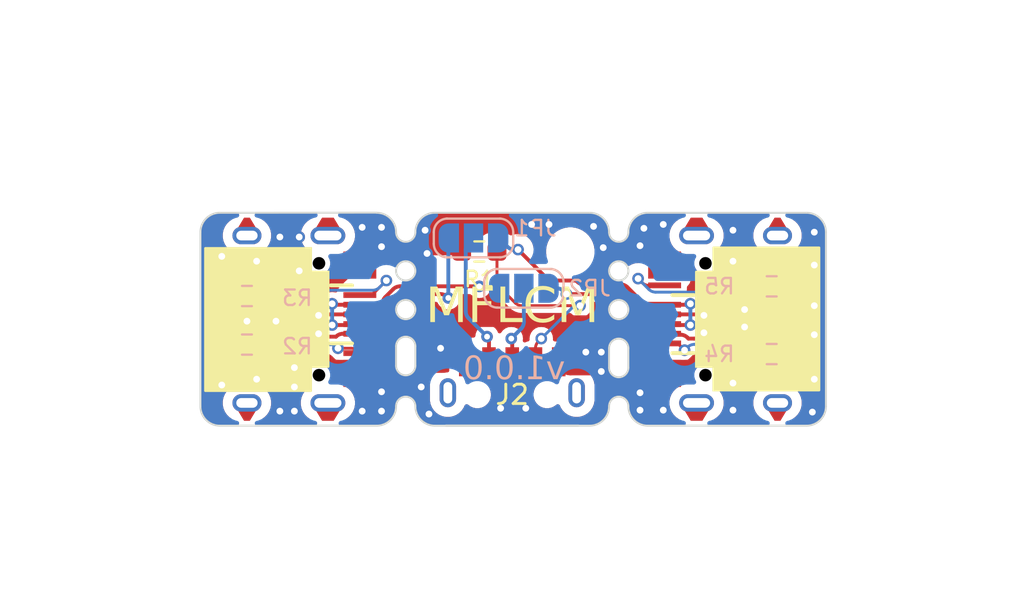
<source format=kicad_pcb>
(kicad_pcb (version 20240108) (generator "pcbnew") (generator_version "8.0")
  (title_block (title "MMCF Adapter") (rev "1.0.0") (company "Atsushi Morimoto (@74th)"))
  (layers (0 "F.Cu" signal) (31 "B.Cu" signal) (34 "B.Paste" user) (35 "F.Paste" user) (36 "B.SilkS" user "B.Silkscreen") (37 "F.SilkS" user "F.Silkscreen") (38 "B.Mask" user) (39 "F.Mask" user) (44 "Edge.Cuts" user))
  (net 0 "")
  (net 1 "Net-(J1-D-)")
  (net 2 "+5V")
  (net 3 "Net-(J1-D+)")
  (net 4 "GND")
  (net 5 "Net-(J2-D-)")
  (net 6 "Net-(J2-D+)")
  (net 7 "Net-(J3-D+)")
  (net 8 "Net-(J2-ID)")
  (net 9 "Net-(J3-D-)")
  (net 10 "Net-(J1-CC2)")
  (net 11 "Net-(J1-CC1)")
  (net 14 "Net-(J3-CC2)")
  (net 15 "Net-(J3-CC1)")
  (footprint "74th:Connector_USB-Micro-Plug_SMD" (layer "F.Cu") (at 122 60.4)
    (property "Reference" "J2" (at 0 0 0) (layer "F.SilkS"))
    (property "Value" "USB_B_Micro")
    (fp_line (start -3.425 1.6) (end 3.425 1.6) (stroke (width 0.12)) (layer "Edge.Cuts"))
    (pad "" np_thru_hole circle (at -1.8 0) (size 0.9 0.9) (drill 0.9) (layers "F&B.Cu" "*.Mask"))
    (pad "" np_thru_hole circle (at 1.8 0) (size 0.9 0.9) (drill 0.9) (layers "F&B.Cu" "*.Mask"))
    (pad "1" smd rect (at -2.4 -1.7) (size 0.7 1.5) (layers "F.Cu" "F.Paste" "F.Mask") (net 2 "+5V"))
    (pad "2" smd rect (at -1.2 -1.7) (size 0.7 1.5) (layers "F.Cu" "F.Paste" "F.Mask") (net 5 "Net-(J2-D-)"))
    (pad "3" smd rect (at 0 -1.7) (size 0.7 1.5) (layers "F.Cu" "F.Paste" "F.Mask") (net 6 "Net-(J2-D+)"))
    (pad "4" smd rect (at 1.2 -1.7) (size 0.7 1.5) (layers "F.Cu" "F.Paste" "F.Mask") (net 8 "Net-(J2-ID)"))
    (pad "5" smd rect (at 2.4 -1.7) (size 0.7 1.5) (layers "F.Cu" "F.Paste" "F.Mask") (net 4 "GND"))
    (pad "6" thru_hole oval (at -3.325 -0.1) (size 0.85 1.5) (drill oval 0.45 1.1) (layers "*.Cu" "*.Mask"))
    (pad "6" thru_hole oval (at 3.325 -0.1) (size 0.85 1.5) (drill oval 0.45 1.1) (layers "*.Cu" "*.Mask"))
  )
  (footprint "74th:Connector_USB-C-Receptacle_SMT_12-Pin_Simple" (layer "F.Cu") (at 108.4 56.5 -90)
    (property "Reference" "J3" (hide yes))
    (property "Value" "USB2.0-C_SMT")
    (fp_line (start -1.75 -4.23) (end -1.75 -5.33) (stroke (width 0.2)) (layer "F.SilkS"))
    (fp_line (start 1.25 -4.23) (end 1.25 -5.33) (stroke (width 0.2)) (layer "F.SilkS"))
    (fp_rect (start -3.67 -3.2) (end 3.7 2.25) (stroke (width 0.12)) (fill solid) (layer "F.SilkS"))
    (fp_rect (start -2.45 -4.1) (end 2.45 -2.85) (stroke (width 0.12)) (fill solid) (layer "F.SilkS"))
    (pad "" np_thru_hole circle (at -2.89 -3.62 90) (size 0.65 0.65) (drill 0.65) (layers "*.Mask"))
    (pad "" np_thru_hole circle (at 2.89 -3.62 90) (size 0.65 0.65) (drill 0.65) (layers "*.Mask"))
    (pad "1" smd rect (at -2.4 -5.73 90) (size 0.6 1.7) (layers "F.Cu" "F.Paste" "F.Mask") (net 2 "+5V"))
    (pad "1" smd rect (at 2.4 -5.73 90) (size 0.6 1.7) (layers "F.Cu" "F.Paste" "F.Mask") (net 2 "+5V"))
    (pad "2" smd rect (at -0.75 -5.73 90) (size 0.3 1.7) (layers "F.Cu" "F.Paste" "F.Mask") (net 9 "Net-(J3-D-)"))
    (pad "2" smd rect (at 0.25 -5.73 90) (size 0.3 1.7) (layers "F.Cu" "F.Paste" "F.Mask") (net 9 "Net-(J3-D-)"))
    (pad "3" smd rect (at -0.25 -5.73 90) (size 0.3 1.7) (layers "F.Cu" "F.Paste" "F.Mask") (net 7 "Net-(J3-D+)"))
    (pad "3" smd rect (at 0.75 -5.73 90) (size 0.3 1.7) (layers "F.Cu" "F.Paste" "F.Mask") (net 7 "Net-(J3-D+)"))
    (pad "4" smd rect (at -3.2 -5.73 90) (size 0.6 1.7) (layers "F.Cu" "F.Paste" "F.Mask") (net 4 "GND"))
    (pad "4" smd rect (at 3.2 -5.73 90) (size 0.6 1.7) (layers "F.Cu" "F.Paste" "F.Mask") (net 4 "GND"))
    (pad "5" smd rect (at -1.25 -5.73 90) (size 0.3 1.7) (layers "F.Cu" "F.Paste" "F.Mask") (net 15 "Net-(J3-CC1)"))
    (pad "6" smd rect (at 1.75 -5.73 90) (size 0.3 1.7) (layers "F.Cu" "F.Paste" "F.Mask") (net 14 "Net-(J3-CC2)"))
    (pad "7" smd trapezoid (at -5 -4.08) (size 0.9 0.5) (rect_delta 0 0.3) (layers "F.Cu" "F.Paste" "F.Mask"))
    (pad "7" smd trapezoid (at -5 0.1) (size 0.6 0.5) (rect_delta 0 0.3) (layers "F.Cu" "F.Paste" "F.Mask"))
    (pad "7" thru_hole oval (at -4.325 -4.08 90) (size 0.9 1.8) (drill oval 0.5 1.4) (layers "*.Cu" "*.Mask"))
    (pad "7" thru_hole oval (at -4.325 0.1 90) (size 0.9 1.5) (drill oval 0.5 1.1) (layers "*.Cu" "*.Mask"))
    (pad "7" thru_hole oval (at 4.325 -4.08 90) (size 0.9 1.8) (drill oval 0.5 1.4) (layers "*.Cu" "*.Mask"))
    (pad "7" thru_hole oval (at 4.325 0.1 90) (size 0.9 1.5) (drill oval 0.5 1.1) (layers "*.Cu" "*.Mask"))
    (pad "7" smd trapezoid (at 5 -4.08 180) (size 0.9 0.5) (rect_delta 0 0.3) (layers "F.Cu" "F.Paste" "F.Mask"))
    (pad "7" smd trapezoid (at 5 0.1 180) (size 0.6 0.5) (rect_delta 0 0.3) (layers "F.Cu" "F.Paste" "F.Mask"))
  )
  (footprint "74th:Hole_M2_2.0" (layer "F.Cu") (at 125 53)
    (property "Reference" "M1" (hide yes))
    (property "Value" "Hole_M2_2.0" (hide yes))
    (pad "" np_thru_hole circle (at 0 0) (size 2 2) (drill 2) (layers "F&B.Cu" "*.Mask"))
  )
  (footprint "74th:Connector_USB-C-Receptacle_SMT_12-Pin_Simple" (layer "F.Cu") (at 135.6 56.5 90)
    (property "Reference" "J1" (hide yes))
    (property "Value" "USB2.0-C_SMT")
    (fp_line (start 1.25 -4.23) (end 1.25 -5.33) (stroke (width 0.2)) (layer "F.SilkS"))
    (fp_line (start -1.75 -4.23) (end -1.75 -5.33) (stroke (width 0.2)) (layer "F.SilkS"))
    (fp_rect (start -2.45 -4.1) (end 2.45 -2.85) (stroke (width 0.12)) (fill solid) (layer "F.SilkS"))
    (fp_rect (start -3.67 -3.2) (end 3.7 2.25) (stroke (width 0.12)) (fill solid) (layer "F.SilkS"))
    (pad "" np_thru_hole circle (at -2.89 -3.62 270) (size 0.65 0.65) (drill 0.65) (layers "*.Mask"))
    (pad "" np_thru_hole circle (at 2.89 -3.62 270) (size 0.65 0.65) (drill 0.65) (layers "*.Mask"))
    (pad "1" smd rect (at -2.4 -5.73 270) (size 0.6 1.7) (layers "F.Cu" "F.Paste" "F.Mask") (net 2 "+5V"))
    (pad "1" smd rect (at 2.4 -5.73 270) (size 0.6 1.7) (layers "F.Cu" "F.Paste" "F.Mask") (net 2 "+5V"))
    (pad "2" smd rect (at -0.75 -5.73 270) (size 0.3 1.7) (layers "F.Cu" "F.Paste" "F.Mask") (net 1 "Net-(J1-D-)"))
    (pad "2" smd rect (at 0.25 -5.73 270) (size 0.3 1.7) (layers "F.Cu" "F.Paste" "F.Mask") (net 1 "Net-(J1-D-)"))
    (pad "3" smd rect (at -0.25 -5.73 270) (size 0.3 1.7) (layers "F.Cu" "F.Paste" "F.Mask") (net 3 "Net-(J1-D+)"))
    (pad "3" smd rect (at 0.75 -5.73 270) (size 0.3 1.7) (layers "F.Cu" "F.Paste" "F.Mask") (net 3 "Net-(J1-D+)"))
    (pad "4" smd rect (at -3.2 -5.73 270) (size 0.6 1.7) (layers "F.Cu" "F.Paste" "F.Mask") (net 4 "GND"))
    (pad "4" smd rect (at 3.2 -5.73 270) (size 0.6 1.7) (layers "F.Cu" "F.Paste" "F.Mask") (net 4 "GND"))
    (pad "5" smd rect (at -1.25 -5.73 270) (size 0.3 1.7) (layers "F.Cu" "F.Paste" "F.Mask") (net 11 "Net-(J1-CC1)"))
    (pad "6" smd rect (at 1.75 -5.73 270) (size 0.3 1.7) (layers "F.Cu" "F.Paste" "F.Mask") (net 10 "Net-(J1-CC2)"))
    (pad "7" smd trapezoid (at -5 -4.08 180) (size 0.9 0.5) (rect_delta 0 0.3) (layers "F.Cu" "F.Paste" "F.Mask"))
    (pad "7" smd trapezoid (at -5 0.1 180) (size 0.6 0.5) (rect_delta 0 0.3) (layers "F.Cu" "F.Paste" "F.Mask"))
    (pad "7" thru_hole oval (at -4.325 -4.08 270) (size 0.9 1.8) (drill oval 0.5 1.4) (layers "*.Cu" "*.Mask"))
    (pad "7" thru_hole oval (at -4.325 0.1 270) (size 0.9 1.5) (drill oval 0.5 1.1) (layers "*.Cu" "*.Mask"))
    (pad "7" thru_hole oval (at 4.325 -4.08 270) (size 0.9 1.8) (drill oval 0.5 1.4) (layers "*.Cu" "*.Mask"))
    (pad "7" thru_hole oval (at 4.325 0.1 270) (size 0.9 1.5) (drill oval 0.5 1.1) (layers "*.Cu" "*.Mask"))
    (pad "7" smd trapezoid (at 5 -4.08) (size 0.9 0.5) (rect_delta 0 0.3) (layers "F.Cu" "F.Paste" "F.Mask"))
    (pad "7" smd trapezoid (at 5 0.1) (size 0.6 0.5) (rect_delta 0 0.3) (layers "F.Cu" "F.Paste" "F.Mask"))
  )
  (footprint "74th:Register_0603_1608" (layer "F.Cu") (at 120.3 53 180)
    (property "Reference" "R1" (at 0 -1.43 0) (layer "F.SilkS") (effects (font (size 0.8 0.8) (thickness 0.12))))
    (property "Value" "0(NC)" (hide yes))
    (fp_line (start -0.254724 0.5225) (end 0.254724 0.5225) (stroke (width 0.12)) (layer "F.SilkS"))
    (fp_line (start -0.254724 -0.5225) (end 0.254724 -0.5225) (stroke (width 0.12)) (layer "F.SilkS"))
    (pad "1" smd roundrect (at -0.9125 0 180) (size 0.975 0.95) (layers "F.Cu" "F.Paste" "F.Mask") (net 8 "Net-(J2-ID)"))
    (pad "2" smd roundrect (at 0.9125 0 180) (size 0.975 0.95) (layers "F.Cu" "F.Paste" "F.Mask") (net 4 "GND"))
  )
  (footprint "74th:Register_0603_1608" (layer "B.Cu") (at 108.3 57.81 180)
    (property "Reference" "R2" (at -2.6 -0.09 0) (layer "B.SilkS") (effects (font (size 0.8 0.8) (thickness 0.12)) (justify mirror)))
    (property "Value" "5.1k" (hide yes))
    (fp_line (start 0.254724 0.5225) (end -0.254724 0.5225) (stroke (width 0.12)) (layer "B.SilkS"))
    (fp_line (start 0.254724 -0.5225) (end -0.254724 -0.5225) (stroke (width 0.12)) (layer "B.SilkS"))
    (pad "1" smd roundrect (at -0.9125 0 180) (size 0.975 0.95) (layers "B.Cu" "B.Paste" "B.Mask") (net 14 "Net-(J3-CC2)"))
    (pad "2" smd roundrect (at 0.9125 0 180) (size 0.975 0.95) (layers "B.Cu" "B.Paste" "B.Mask") (net 4 "GND"))
  )
  (footprint "74th:SolderJumper-3_No1PinMark" (layer "B.Cu") (at 122.6 54.9)
    (property "Reference" "JP2" (at 3.4 0 180) (layer "B.SilkS") (effects (font (size 0.8 0.8) (thickness 0.12)) (justify mirror)))
    (property "Value" "Jumper_3_Open")
    (fp_line (start -2.05 0.3) (end -2.05 -0.3) (stroke (width 0.12)) (layer "B.SilkS"))
    (fp_line (start -1.4 -1) (end 1.4 -1) (stroke (width 0.12)) (layer "B.SilkS"))
    (fp_line (start 1.4 1) (end -1.4 1) (stroke (width 0.12)) (layer "B.SilkS"))
    (fp_line (start 2.05 -0.3) (end 2.05 0.3) (stroke (width 0.12)) (layer "B.SilkS"))
    (fp_arc (start -2.05 -0.3) (mid -1.844975 -0.794975) (end -1.35 -1) (stroke (width 0.12)) (layer "B.SilkS"))
    (fp_arc (start -1.35 1) (mid -1.844975 0.794975) (end -2.05 0.3) (stroke (width 0.12)) (layer "B.SilkS"))
    (fp_arc (start 1.35 -1) (mid 1.844975 -0.794975) (end 2.05 -0.3) (stroke (width 0.12)) (layer "B.SilkS"))
    (fp_arc (start 2.05 0.3) (mid 1.844975 0.794975) (end 1.35 1) (stroke (width 0.12)) (layer "B.SilkS"))
    (pad "1" smd custom (at -1.3 0) (size 1 0.5) (layers "B.Cu" "B.Mask") (net 7 "Net-(J3-D+)") (options (clearance outline) (anchor rect)) (primitives (gr_circle (center 0 -0.25) (end 0.5 -0.25) (width 0) (fill yes)) (gr_circle (center 0 0.25) (end 0.5 0.25) (width 0) (fill yes)) (gr_poly (pts (xy 0.55 -0.75) (xy 0 -0.75) (xy 0 0.75) (xy 0.55 0.75)) (width 0) (fill yes))))
    (pad "2" smd rect (at 0 0) (size 1 1.5) (layers "B.Cu" "B.Mask") (net 6 "Net-(J2-D+)"))
    (pad "3" smd custom (at 1.3 0) (size 1 0.5) (layers "B.Cu" "B.Mask") (net 3 "Net-(J1-D+)") (options (clearance outline) (anchor rect)) (primitives (gr_circle (center 0 -0.25) (end 0.5 -0.25) (width 0) (fill yes)) (gr_circle (center 0 0.25) (end 0.5 0.25) (width 0) (fill yes)) (gr_poly (pts (xy 0 -0.75) (xy -0.55 -0.75) (xy -0.55 0.75) (xy 0 0.75)) (width 0) (fill yes))))
  )
  (footprint "74th:Register_0603_1608" (layer "B.Cu") (at 108.3 55.3 180)
    (property "Reference" "R3" (at -2.6 -0.1 0) (layer "B.SilkS") (effects (font (size 0.8 0.8) (thickness 0.12)) (justify mirror)))
    (property "Value" "5.1k" (hide yes))
    (fp_line (start 0.254724 0.5225) (end -0.254724 0.5225) (stroke (width 0.12)) (layer "B.SilkS"))
    (fp_line (start 0.254724 -0.5225) (end -0.254724 -0.5225) (stroke (width 0.12)) (layer "B.SilkS"))
    (pad "1" smd roundrect (at -0.9125 0 180) (size 0.975 0.95) (layers "B.Cu" "B.Paste" "B.Mask") (net 15 "Net-(J3-CC1)"))
    (pad "2" smd roundrect (at 0.9125 0 180) (size 0.975 0.95) (layers "B.Cu" "B.Paste" "B.Mask") (net 4 "GND"))
  )
  (footprint "74th:Register_0603_1608" (layer "B.Cu") (at 135.4 54.8)
    (property "Reference" "R5" (at -2.7 0 0) (layer "B.SilkS") (effects (font (size 0.8 0.8) (thickness 0.12)) (justify mirror)))
    (property "Value" "5.1k" (hide yes))
    (fp_line (start 0.254724 -0.5225) (end -0.254724 -0.5225) (stroke (width 0.12)) (layer "B.SilkS"))
    (fp_line (start 0.254724 0.5225) (end -0.254724 0.5225) (stroke (width 0.12)) (layer "B.SilkS"))
    (pad "1" smd roundrect (at -0.9125 0) (size 0.975 0.95) (layers "B.Cu" "B.Paste" "B.Mask") (net 10 "Net-(J1-CC2)"))
    (pad "2" smd roundrect (at 0.9125 0) (size 0.975 0.95) (layers "B.Cu" "B.Paste" "B.Mask") (net 4 "GND"))
  )
  (footprint "74th:Register_0603_1608" (layer "B.Cu") (at 135.4 58.3)
    (property "Reference" "R4" (at -2.7 0 0) (layer "B.SilkS") (effects (font (size 0.8 0.8) (thickness 0.12)) (justify mirror)))
    (property "Value" "5.1k" (hide yes))
    (fp_line (start 0.254724 -0.5225) (end -0.254724 -0.5225) (stroke (width 0.12)) (layer "B.SilkS"))
    (fp_line (start 0.254724 0.5225) (end -0.254724 0.5225) (stroke (width 0.12)) (layer "B.SilkS"))
    (pad "1" smd roundrect (at -0.9125 0) (size 0.975 0.95) (layers "B.Cu" "B.Paste" "B.Mask") (net 11 "Net-(J1-CC1)"))
    (pad "2" smd roundrect (at 0.9125 0) (size 0.975 0.95) (layers "B.Cu" "B.Paste" "B.Mask") (net 4 "GND"))
  )
  (footprint "74th:SolderJumper-3_No1PinMark" (layer "B.Cu") (at 120 52.3)
    (property "Reference" "JP1" (at 3.2 -0.5 180) (layer "B.SilkS") (effects (font (size 0.8 0.8) (thickness 0.12)) (justify mirror)))
    (property "Value" "Jumper_3_Open")
    (fp_line (start -2.05 0.3) (end -2.05 -0.3) (stroke (width 0.12)) (layer "B.SilkS"))
    (fp_line (start -1.4 -1) (end 1.4 -1) (stroke (width 0.12)) (layer "B.SilkS"))
    (fp_line (start 1.4 1) (end -1.4 1) (stroke (width 0.12)) (layer "B.SilkS"))
    (fp_line (start 2.05 -0.3) (end 2.05 0.3) (stroke (width 0.12)) (layer "B.SilkS"))
    (fp_arc (start -2.05 -0.3) (mid -1.844975 -0.794975) (end -1.35 -1) (stroke (width 0.12)) (layer "B.SilkS"))
    (fp_arc (start -1.35 1) (mid -1.844975 0.794975) (end -2.05 0.3) (stroke (width 0.12)) (layer "B.SilkS"))
    (fp_arc (start 1.35 -1) (mid 1.844975 -0.794975) (end 2.05 -0.3) (stroke (width 0.12)) (layer "B.SilkS"))
    (fp_arc (start 2.05 0.3) (mid 1.844975 0.794975) (end 1.35 1) (stroke (width 0.12)) (layer "B.SilkS"))
    (pad "1" smd custom (at -1.3 0) (size 1 0.5) (layers "B.Cu" "B.Mask") (net 9 "Net-(J3-D-)") (options (clearance outline) (anchor rect)) (primitives (gr_circle (center 0 -0.25) (end 0.5 -0.25) (width 0) (fill yes)) (gr_circle (center 0 0.25) (end 0.5 0.25) (width 0) (fill yes)) (gr_poly (pts (xy 0.55 -0.75) (xy 0 -0.75) (xy 0 0.75) (xy 0.55 0.75)) (width 0) (fill yes))))
    (pad "2" smd rect (at 0 0) (size 1 1.5) (layers "B.Cu" "B.Mask") (net 5 "Net-(J2-D-)"))
    (pad "3" smd custom (at 1.3 0) (size 1 0.5) (layers "B.Cu" "B.Mask") (net 1 "Net-(J1-D-)") (options (clearance outline) (anchor rect)) (primitives (gr_circle (center 0 -0.25) (end 0.5 -0.25) (width 0) (fill yes)) (gr_circle (center 0 0.25) (end 0.5 0.25) (width 0) (fill yes)) (gr_poly (pts (xy 0 -0.75) (xy -0.55 -0.75) (xy -0.55 0.75) (xy 0 0.75)) (width 0) (fill yes))))
  )
  (gr_circle (center 116.5 54) (end 117 54) (stroke (width 0.1)) (fill none) (layer "Edge.Cuts"))
  (gr_arc (start 117 52) (mid 117.292893 51.292893) (end 118 51) (stroke (width 0.1)) (layer "Edge.Cuts"))
  (gr_arc (start 138.2 61) (mid 137.907107 61.707107) (end 137.2 62) (stroke (width 0.1)) (layer "Edge.Cuts"))
  (gr_line (start 129 62) (end 137.2 62) (stroke (width 0.1)) (layer "Edge.Cuts"))
  (gr_line (start 138.2 52) (end 138.2 61) (stroke (width 0.1)) (layer "Edge.Cuts"))
  (gr_arc (start 128 52) (mid 127.5 52.5) (end 127 52) (stroke (width 0.1)) (layer "Edge.Cuts"))
  (gr_line (start 115 62) (end 106.9 62) (stroke (width 0.1)) (layer "Edge.Cuts"))
  (gr_line (start 118 62) (end 118.575 62) (stroke (width 0.1)) (layer "Edge.Cuts"))
  (gr_arc (start 116 61) (mid 115.707107 61.707107) (end 115 62) (stroke (width 0.1)) (layer "Edge.Cuts"))
  (gr_arc (start 117 52) (mid 116.5 52.5) (end 116 52) (stroke (width 0.1)) (layer "Edge.Cuts"))
  (gr_arc (start 106.9 62) (mid 106.192893 61.707107) (end 105.9 61) (stroke (width 0.1)) (layer "Edge.Cuts"))
  (gr_arc (start 137.2 51) (mid 137.907107 51.292893) (end 138.2 52) (stroke (width 0.1)) (layer "Edge.Cuts"))
  (gr_arc (start 117 58.9) (mid 116.5 59.4) (end 116 58.9) (stroke (width 0.1)) (layer "Edge.Cuts"))
  (gr_arc (start 116 61) (mid 116.5 60.5) (end 117 61) (stroke (width 0.1)) (layer "Edge.Cuts"))
  (gr_circle (center 127.5 54) (end 128 54) (stroke (width 0.1)) (fill none) (layer "Edge.Cuts"))
  (gr_line (start 125.425 62) (end 126 62) (stroke (width 0.1)) (layer "Edge.Cuts"))
  (gr_arc (start 127 61) (mid 126.707107 61.707107) (end 126 62) (stroke (width 0.1)) (layer "Edge.Cuts"))
  (gr_arc (start 128 59) (mid 127.5 59.5) (end 127 59) (stroke (width 0.1)) (layer "Edge.Cuts"))
  (gr_line (start 105.9 61) (end 105.9 52) (stroke (width 0.1)) (layer "Edge.Cuts"))
  (gr_line (start 118 51) (end 126 51) (stroke (width 0.1)) (layer "Edge.Cuts"))
  (gr_circle (center 116.5 56) (end 117 56) (stroke (width 0.1)) (fill none) (layer "Edge.Cuts"))
  (gr_arc (start 127 58) (mid 127.5 57.5) (end 128 58) (stroke (width 0.1)) (layer "Edge.Cuts"))
  (gr_arc (start 116 57.9) (mid 116.5 57.4) (end 117 57.9) (stroke (width 0.1)) (layer "Edge.Cuts"))
  (gr_arc (start 127 61) (mid 127.5 60.5) (end 128 61) (stroke (width 0.1)) (layer "Edge.Cuts"))
  (gr_arc (start 115 51) (mid 115.707105 51.292894) (end 116 52) (stroke (width 0.1)) (layer "Edge.Cuts"))
  (gr_line (start 128 58) (end 128 59) (stroke (width 0.1)) (layer "Edge.Cuts"))
  (gr_arc (start 128 52) (mid 128.292893 51.292893) (end 129 51) (stroke (width 0.1)) (layer "Edge.Cuts"))
  (gr_arc (start 129 62) (mid 128.292893 61.707107) (end 128 61) (stroke (width 0.1)) (layer "Edge.Cuts"))
  (gr_arc (start 105.9 52) (mid 106.192896 51.292898) (end 106.9 51) (stroke (width 0.1)) (layer "Edge.Cuts"))
  (gr_circle (center 127.5 56) (end 128 56) (stroke (width 0.1)) (fill none) (layer "Edge.Cuts"))
  (gr_line (start 117 57.9) (end 117 58.9) (stroke (width 0.1)) (layer "Edge.Cuts"))
  (gr_arc (start 126 51) (mid 126.707107 51.292893) (end 127 52) (stroke (width 0.1)) (layer "Edge.Cuts"))
  (gr_line (start 115 50.992893) (end 106.9 51) (stroke (width 0.1)) (layer "Edge.Cuts"))
  (gr_line (start 127 59) (end 127 58) (stroke (width 0.1)) (layer "Edge.Cuts"))
  (gr_line (start 116 58.9) (end 116 57.9) (stroke (width 0.1)) (layer "Edge.Cuts"))
  (gr_line (start 129 51) (end 137.2 51) (stroke (width 0.1)) (layer "Edge.Cuts"))
  (gr_arc (start 118 62) (mid 117.291419 61.703555) (end 117 60.992893) (stroke (width 0.1)) (layer "Edge.Cuts"))
  (gr_text "v${REVISION}" (at 122.1 59.1 0) (layer "B.SilkS") (effects (font (size 1.2 1.2) (thickness 0.12)) (justify mirror)))
  (gr_text "MFLCM" (at 122 55.9 0) (layer "F.SilkS") (effects (font (size 1.8 1.8) (thickness 0.12))))
  (segment (start 129.87 56.25) (end 129.157107 56.25) (width 0.2) (layer "F.Cu") (net 1))
  (segment (start 131.85 56.25) (end 131.9 56.3) (width 0.2) (layer "F.Cu") (net 1))
  (segment (start 131.9 57.2) (end 131.746446 57.353554) (width 0.2) (layer "F.Cu") (net 1))
  (segment (start 128.6 55.692893) (end 128.6 55.5) (width 0.2) (layer "F.Cu") (net 1))
  (segment (start 125.3 54.5) (end 124.107107 54.5) (width 0.2) (layer "F.Cu") (net 1))
  (segment (start 127.592893 54.7) (end 125.707107 54.7) (width 0.2) (layer "F.Cu") (net 1))
  (segment (start 130.692893 57.3) (end 129.92 57.3) (width 0.2) (layer "F.Cu") (net 1))
  (segment (start 129.87 56.25) (end 131.85 56.25) (width 0.2) (layer "F.Cu") (net 1))
  (segment (start 129.92 57.3) (end 129.87 57.25) (width 0.2) (layer "F.Cu") (net 1))
  (segment (start 131.1 57.5) (end 131.046446 57.446446) (width 0.2) (layer "F.Cu") (net 1))
  (segment (start 125.353553 54.553553) (end 125.3 54.5) (width 0.2) (layer "F.Cu") (net 1))
  (segment (start 123.753553 54.353553) (end 122.3 52.9) (width 0.2) (layer "F.Cu") (net 1))
  (segment (start 131.392893 57.5) (end 131.1 57.5) (width 0.2) (layer "F.Cu") (net 1))
  (segment (start 128.6 55.5) (end 127.946446 54.846446) (width 0.2) (layer "F.Cu") (net 1))
  (segment (start 128.803553 56.103553) (end 128.746446 56.046446) (width 0.2) (layer "F.Cu") (net 1))
  (via (at 122.3 52.9) (size 0.6) (drill 0.35) (layers "F.Cu" "B.Cu") (net 1))
  (via (at 131.9 56.3) (size 0.6) (drill 0.35) (layers "F.Cu" "B.Cu") (net 1))
  (via (at 131.9 57.2) (size 0.6) (drill 0.35) (layers "F.Cu" "B.Cu") (net 1))
  (arc (start 128.803553 56.103553) (mid 128.965765 56.21194) (end 129.157107 56.25) (width 0.2) (layer "F.Cu") (net 1))
  (arc (start 124.107107 54.5) (mid 123.915765 54.46194) (end 123.753553 54.353553) (width 0.2) (layer "F.Cu") (net 1))
  (arc (start 128.6 55.692893) (mid 128.63806 55.884234) (end 128.746446 56.046446) (width 0.2) (layer "F.Cu") (net 1))
  (arc (start 131.746446 57.353554) (mid 131.584234 57.46194) (end 131.392893 57.5) (width 0.2) (layer "F.Cu") (net 1))
  (arc (start 125.353553 54.553553) (mid 125.515765 54.66194) (end 125.707107 54.7) (width 0.2) (layer "F.Cu") (net 1))
  (arc (start 130.692893 57.3) (mid 130.884234 57.33806) (end 131.046446 57.446446) (width 0.2) (layer "F.Cu") (net 1))
  (arc (start 127.946446 54.846446) (mid 127.784234 54.73806) (end 127.592893 54.7) (width 0.2) (layer "F.Cu") (net 1))
  (segment (start 122.3 52.9) (end 122.107107 52.9) (width 0.2) (layer "B.Cu") (net 1))
  (segment (start 121.753553 52.753553) (end 121.3 52.3) (width 0.2) (layer "B.Cu") (net 1))
  (segment (start 131.9 57.2) (end 131.9 56.3) (width 0.2) (layer "B.Cu") (net 1))
  (arc (start 121.753553 52.753553) (mid 121.915765 52.86194) (end 122.107107 52.9) (width 0.2) (layer "B.Cu") (net 1))
  (segment (start 119.6 56.7) (end 119.7 56.6) (width 0.6) (layer "F.Cu") (net 2))
  (segment (start 128.5 57.892893) (end 128.5 57.807107) (width 0.6) (layer "F.Cu") (net 2))
  (segment (start 113.519198 54.1) (end 113.509599 54.109599) (width 0.6) (layer "F.Cu") (net 2))
  (segment (start 117.746447 56.853553) (end 117.853554 56.746446) (width 0.6) (layer "F.Cu") (net 2))
  (segment (start 132.346447 58.253553) (end 132.553554 58.046446) (width 0.6) (layer "F.Cu") (net 2))
  (segment (start 115.406447 58.753553) (end 115.53 58.63) (width 0.6) (layer "F.Cu") (net 2))
  (segment (start 129.87 58.9) (end 129.507107 58.9) (width 0.6) (layer "F.Cu") (net 2))
  (segment (start 130.992893 54.1) (end 129.87 54.1) (width 0.6) (layer "F.Cu") (net 2))
  (segment (start 131.907107 58.4) (end 131.992893 58.4) (width 0.6) (layer "F.Cu") (net 2))
  (segment (start 132.553553 55.453553) (end 131.346446 54.246446) (width 0.6) (layer "F.Cu") (net 2))
  (segment (start 126.492893 56.6) (end 119.7 56.6) (width 0.6) (layer "F.Cu") (net 2))
  (segment (start 113.607107 54.1) (end 114.13 54.1) (width 0.6) (layer "F.Cu") (net 2))
  (segment (start 112.192107 54.8) (end 112.492893 54.8) (width 0.6) (layer "F.Cu") (net 2))
  (segment (start 116.207107 57) (end 117.392893 57) (width 0.6) (layer "F.Cu") (net 2))
  (segment (start 119.6 58.7) (end 119.6 56.7) (width 0.6) (layer "F.Cu") (net 2))
  (segment (start 114.13 58.9) (end 112.974544 58.9) (width 0.6) (layer "F.Cu") (net 2))
  (segment (start 129.153553 58.753553) (end 128.646446 58.246446) (width 0.6) (layer "F.Cu") (net 2))
  (segment (start 114.23 58.9) (end 115.052893 58.9) (width 0.6) (layer "F.Cu") (net 2))
  (segment (start 111.146447 55.638553) (end 111.838554 54.946446) (width 0.6) (layer "F.Cu") (net 2))
  (segment (start 112.846447 54.653553) (end 113.253554 54.246446) (width 0.6) (layer "F.Cu") (net 2))
  (segment (start 127.053553 56.953553) (end 126.846446 56.746446) (width 0.6) (layer "F.Cu") (net 2))
  (segment (start 115.646447 57.353553) (end 115.853554 57.146446) (width 0.6) (layer "F.Cu") (net 2))
  (segment (start 131.346447 58.753553) (end 131.553554 58.546446) (width 0.6) (layer "F.Cu") (net 2))
  (segment (start 118.207107 56.6) (end 119.7 56.6) (width 0.6) (layer "F.Cu") (net 2))
  (segment (start 111.753553 58.353553) (end 111.146446 57.746446) (width 0.6) (layer "F.Cu") (net 2))
  (segment (start 112.16033 58.5) (end 112.107107 58.5) (width 0.6) (layer "F.Cu") (net 2))
  (segment (start 114.13 54.1) (end 113.519198 54.1) (width 0.6) (layer "F.Cu") (net 2))
  (segment (start 112.62099 58.753553) (end 112.513883 58.646446) (width 0.6) (layer "F.Cu") (net 2))
  (segment (start 115.5 58.46) (end 115.5 57.707107) (width 0.6) (layer "F.Cu") (net 2))
  (segment (start 127.792893 57.1) (end 127.407107 57.1) (width 0.6) (layer "F.Cu") (net 2))
  (segment (start 132.7 57.692893) (end 132.7 55.807107) (width 0.6) (layer "F.Cu") (net 2))
  (segment (start 111 57.392893) (end 111 55.992107) (width 0.6) (layer "F.Cu") (net 2))
  (segment (start 128.353553 57.453553) (end 128.146446 57.246446) (width 0.6) (layer "F.Cu") (net 2))
  (segment (start 129.87 58.9) (end 130.992893 58.9) (width 0.6) (layer "F.Cu") (net 2))
  (arc (start 111.146447 55.638553) (mid 111.03806 55.800765) (end 111 55.992107) (width 0.6) (layer "F.Cu") (net 2))
  (arc (start 111.753553 58.353553) (mid 111.915765 58.46194) (end 112.107107 58.5) (width 0.6) (layer "F.Cu") (net 2))
  (arc (start 115.646447 57.353553) (mid 115.53806 57.515765) (end 115.5 57.707107) (width 0.6) (layer "F.Cu") (net 2))
  (arc (start 112.192107 54.8) (mid 112.000766 54.83806) (end 111.838554 54.946446) (width 0.6) (layer "F.Cu") (net 2))
  (arc (start 131.346447 58.753553) (mid 131.184235 58.86194) (end 130.992893 58.9) (width 0.6) (layer "F.Cu") (net 2))
  (arc (start 127.792893 57.1) (mid 127.984234 57.13806) (end 128.146446 57.246446) (width 0.6) (layer "F.Cu") (net 2))
  (arc (start 112.492893 54.8) (mid 112.684235 54.76194) (end 112.846447 54.653553) (width 0.6) (layer "F.Cu") (net 2))
  (arc (start 131.907107 58.4) (mid 131.715766 58.43806) (end 131.553554 58.546446) (width 0.6) (layer "F.Cu") (net 2))
  (arc (start 129.507107 58.9) (mid 129.315765 58.86194) (end 129.153553 58.753553) (width 0.6) (layer "F.Cu") (net 2))
  (arc (start 115.406447 58.753553) (mid 115.244235 58.86194) (end 115.052893 58.9) (width 0.6) (layer "F.Cu") (net 2))
  (arc (start 132.553553 55.453553) (mid 132.66194 55.615765) (end 132.7 55.807107) (width 0.6) (layer "F.Cu") (net 2))
  (arc (start 130.992893 54.1) (mid 131.184234 54.13806) (end 131.346446 54.246446) (width 0.6) (layer "F.Cu") (net 2))
  (arc (start 132.346447 58.253553) (mid 132.184235 58.36194) (end 131.992893 58.4) (width 0.6) (layer "F.Cu") (net 2))
  (arc (start 126.846446 56.746446) (mid 126.684234 56.63806) (end 126.492893 56.6) (width 0.6) (layer "F.Cu") (net 2))
  (arc (start 128.646446 58.246446) (mid 128.53806 58.084234) (end 128.5 57.892893) (width 0.6) (layer "F.Cu") (net 2))
  (arc (start 117.853554 56.746446) (mid 118.015766 56.63806) (end 118.207107 56.6) (width 0.6) (layer "F.Cu") (net 2))
  (arc (start 113.607107 54.1) (mid 113.415766 54.13806) (end 113.253554 54.246446) (width 0.6) (layer "F.Cu") (net 2))
  (arc (start 111.146446 57.746446) (mid 111.03806 57.584234) (end 111 57.392893) (width 0.6) (layer "F.Cu") (net 2))
  (arc (start 112.974544 58.9) (mid 112.783202 58.86194) (end 112.62099 58.753553) (width 0.6) (layer "F.Cu") (net 2))
  (arc (start 112.16033 58.5) (mid 112.351671 58.53806) (end 112.513883 58.646446) (width 0.6) (layer "F.Cu") (net 2))
  (arc (start 128.5 57.807107) (mid 128.46194 57.615765) (end 128.353553 57.453553) (width 0.6) (layer "F.Cu") (net 2))
  (arc (start 116.207107 57) (mid 116.015766 57.03806) (end 115.853554 57.146446) (width 0.6) (layer "F.Cu") (net 2))
  (arc (start 117.746447 56.853553) (mid 117.584235 56.96194) (end 117.392893 57) (width 0.6) (layer "F.Cu") (net 2))
  (arc (start 132.553554 58.046446) (mid 132.66194 57.884234) (end 132.7 57.692893) (width 0.6) (layer "F.Cu") (net 2))
  (arc (start 127.407107 57.1) (mid 127.215765 57.06194) (end 127.053553 56.953553) (width 0.6) (layer "F.Cu") (net 2))
  (segment (start 129.87 56.75) (end 130.05 56.75) (width 0.2) (layer "F.Cu") (net 3))
  (segment (start 131.15 55.75) (end 129.87 55.75) (width 0.2) (layer "F.Cu") (net 3))
  (segment (start 127.946447 55.346447) (end 128.053554 55.453554) (width 0.2) (layer "F.Cu") (net 3))
  (segment (start 128.346447 56.246447) (end 128.703554 56.603554) (width 0.2) (layer "F.Cu") (net 3))
  (segment (start 129.057107 56.75) (end 129.87 56.75) (width 0.2) (layer "F.Cu") (net 3))
  (segment (start 128.2 55.807107) (end 128.2 55.892893) (width 0.2) (layer "F.Cu") (net 3))
  (segment (start 130.1 56.8) (end 131.2 56.8) (width 0.2) (layer "F.Cu") (net 3))
  (segment (start 124.8 55.2) (end 127.592893 55.2) (width 0.2) (layer "F.Cu") (net 3))
  (segment (start 131.2 55.7) (end 131.15 55.75) (width 0.2) (layer "F.Cu") (net 3))
  (segment (start 130.05 56.75) (end 130.1 56.8) (width 0.2) (layer "F.Cu") (net 3))
  (via (at 131.2 56.8) (size 0.6) (drill 0.35) (layers "F.Cu" "B.Cu") (net 3))
  (via (at 131.2 55.7) (size 0.6) (drill 0.35) (layers "F.Cu" "B.Cu") (net 3))
  (via (at 124.8 55.2) (size 0.6) (drill 0.35) (layers "F.Cu" "B.Cu") (net 3))
  (arc (start 128.053554 55.453554) (mid 128.16194 55.615766) (end 128.2 55.807107) (width 0.2) (layer "F.Cu") (net 3))
  (arc (start 128.703554 56.603554) (mid 128.865766 56.71194) (end 129.057107 56.75) (width 0.2) (layer "F.Cu") (net 3))
  (arc (start 127.946447 55.346447) (mid 127.784235 55.23806) (end 127.592893 55.2) (width 0.2) (layer "F.Cu") (net 3))
  (arc (start 128.346447 56.246447) (mid 128.23806 56.084235) (end 128.2 55.892893) (width 0.2) (layer "F.Cu") (net 3))
  (segment (start 131.2 55.7) (end 131.2 56.8) (width 0.2) (layer "B.Cu") (net 3))
  (segment (start 124.292893 54.9) (end 123.9 54.9) (width 0.2) (layer "B.Cu") (net 3))
  (segment (start 124.8 55.2) (end 124.646446 55.046446) (width 0.2) (layer "B.Cu") (net 3))
  (arc (start 124.646446 55.046446) (mid 124.484234 54.93806) (end 124.292893 54.9) (width 0.2) (layer "B.Cu") (net 3))
  (segment (start 125.553554 58.053554) (end 125.7 58.2) (width 0.6) (layer "F.Cu") (net 4))
  (segment (start 125.7 58.2) (end 125.8 58.2) (width 0.6) (layer "F.Cu") (net 4))
  (segment (start 124.4 58.7) (end 124.653554 58.953554) (width 0.6) (layer "F.Cu") (net 4))
  (segment (start 124.4 58.5) (end 124.846447 58.053553) (width 0.6) (layer "F.Cu") (net 4))
  (segment (start 126.5 59.1) (end 126.6 59.2) (width 0.6) (layer "F.Cu") (net 4))
  (segment (start 124.4 58.7) (end 124.4 58.5) (width 0.6) (layer "F.Cu") (net 4))
  (segment (start 125.007107 59.1) (end 126.5 59.1) (width 0.6) (layer "F.Cu") (net 4))
  (via (at 137.5 61.3) (size 0.6) (drill 0.35) (layers "F.Cu" "B.Cu") (net 4))
  (via (at 123.9 51.6) (size 0.6) (drill 0.35) (layers "F.Cu" "B.Cu") (net 4))
  (via (at 137.6 52) (size 0.6) (drill 0.35) (layers "F.Cu" "B.Cu") (net 4))
  (via (at 110.75 59) (size 0.6) (drill 0.35) (layers "F.Cu" "B.Cu") (net 4))
  (via (at 137.6 57.3) (size 0.6) (drill 0.35) (layers "F.Cu" "B.Cu") (net 4))
  (via (at 111 52.25) (size 0.6) (drill 0.35) (layers "F.Cu" "B.Cu") (net 4))
  (via (at 114.25 61.25) (size 0.6) (drill 0.35) (layers "F.Cu" "B.Cu") (net 4))
  (via (at 133.4 53.5) (size 0.6) (drill 0.35) (layers "F.Cu" "B.Cu") (net 4))
  (via (at 110.75 60) (size 0.6) (drill 0.35) (layers "F.Cu" "B.Cu") (net 4))
  (via (at 128.8 51.8) (size 0.6) (drill 0.35) (layers "F.Cu" "B.Cu") (net 4))
  (via (at 122.7 61.1) (size 0.6) (drill 0.35) (layers "F.Cu" "B.Cu") (net 4))
  (via (at 117.6 53.1) (size 0.6) (drill 0.35) (layers "F.Cu" "B.Cu") (net 4))
  (via (at 126.6 58.2) (size 0.6) (drill 0.35) (layers "F.Cu" "B.Cu") (net 4))
  (via (at 121.4 61.1) (size 0.6) (drill 0.35) (layers "F.Cu" "B.Cu") (net 4))
  (via (at 126.6 59.2) (size 0.6) (drill 0.35) (layers "F.Cu" "B.Cu") (net 4))
  (via (at 123 51.6) (size 0.6) (drill 0.35) (layers "F.Cu" "B.Cu") (net 4))
  (via (at 117.3 60) (size 0.6) (drill 0.35) (layers "F.Cu" "B.Cu") (net 4))
  (via (at 117.5 51.9) (size 0.6) (drill 0.35) (layers "F.Cu" "B.Cu") (net 4))
  (via (at 126.2 51.7) (size 0.6) (drill 0.35) (layers "F.Cu" "B.Cu") (net 4))
  (via (at 128.6 61.2) (size 0.6) (drill 0.35) (layers "F.Cu" "B.Cu") (net 4))
  (via (at 134 56) (size 0.6) (drill 0.35) (layers "F.Cu" "B.Cu") (net 4))
  (via (at 108.3 56.6) (size 0.6) (drill 0.35) (layers "F.Cu" "B.Cu") (net 4))
  (via (at 133.4 61.2) (size 0.6) (drill 0.35) (layers "F.Cu" "B.Cu") (net 4))
  (via (at 118.3 58) (size 0.6) (drill 0.35) (layers "F.Cu" "B.Cu") (net 4))
  (via (at 126.7 52.8) (size 0.6) (drill 0.35) (layers "F.Cu" "B.Cu") (net 4))
  (via (at 137.6 59.6) (size 0.6) (drill 0.35) (layers "F.Cu" "B.Cu") (net 4))
  (via (at 128.6 52.7) (size 0.6) (drill 0.35) (layers "F.Cu" "B.Cu") (net 4))
  (via (at 125.8 58.2) (size 0.6) (drill 0.35) (layers "F.Cu" "B.Cu") (net 4))
  (via (at 107 59.9) (size 0.6) (drill 0.35) (layers "F.Cu" "B.Cu") (net 4))
  (via (at 115.25 51.75) (size 0.6) (drill 0.35) (layers "F.Cu" "B.Cu") (net 4))
  (via (at 109.8 56.6) (size 0.6) (drill 0.35) (layers "F.Cu" "B.Cu") (net 4))
  (via (at 128.6 60.3) (size 0.6) (drill 0.35) (layers "F.Cu" "B.Cu") (net 4))
  (via (at 137.6 55.8) (size 0.6) (drill 0.35) (layers "F.Cu" "B.Cu") (net 4))
  (via (at 110 52.25) (size 0.6) (drill 0.35) (layers "F.Cu" "B.Cu") (net 4))
  (via (at 117.7 61.4) (size 0.6) (drill 0.35) (layers "F.Cu" "B.Cu") (net 4))
  (via (at 110.75 61.25) (size 0.6) (drill 0.35) (layers "F.Cu" "B.Cu") (net 4))
  (via (at 115.25 52.75) (size 0.6) (drill 0.35) (layers "F.Cu" "B.Cu") (net 4))
  (via (at 108.8 53.5) (size 0.6) (drill 0.35) (layers "F.Cu" "B.Cu") (net 4))
  (via (at 115.25 60.25) (size 0.6) (drill 0.35) (layers "F.Cu" "B.Cu") (net 4))
  (via (at 111 54) (size 0.6) (drill 0.35) (layers "F.Cu" "B.Cu") (net 4))
  (via (at 114.25 51.75) (size 0.6) (drill 0.35) (layers "F.Cu" "B.Cu") (net 4))
  (via (at 107 53.25) (size 0.6) (drill 0.35) (layers "F.Cu" "B.Cu") (net 4))
  (via (at 108.8 59.6) (size 0.6) (drill 0.35) (layers "F.Cu" "B.Cu") (net 4))
  (via (at 129.8 51.6) (size 0.6) (drill 0.35) (layers "F.Cu" "B.Cu") (net 4))
  (via (at 134 56.9) (size 0.6) (drill 0.35) (layers "F.Cu" "B.Cu") (net 4))
  (via (at 129.8 61.2) (size 0.6) (drill 0.35) (layers "F.Cu" "B.Cu") (net 4))
  (via (at 133.4 51.9) (size 0.6) (drill 0.35) (layers "F.Cu" "B.Cu") (net 4))
  (via (at 137.6 53.7) (size 0.6) (drill 0.35) (layers "F.Cu" "B.Cu") (net 4))
  (via (at 110 61.25) (size 0.6) (drill 0.35) (layers "F.Cu" "B.Cu") (net 4))
  (via (at 115.25 61.25) (size 0.6) (drill 0.35) (layers "F.Cu" "B.Cu") (net 4))
  (via (at 133.4 59.8) (size 0.6) (drill 0.35) (layers "F.Cu" "B.Cu") (net 4))
  (arc (start 125.553554 58.053554) (mid 125.200001 57.907107) (end 124.846447 58.053553) (width 0.6) (layer "F.Cu") (net 4))
  (arc (start 124.653554 58.953554) (mid 124.815766 59.06194) (end 125.007107 59.1) (width 0.6) (layer "F.Cu") (net 4))
  (segment (start 120.8 57.5) (end 120.7 57.4) (width 0.2) (layer "F.Cu") (net 5))
  (segment (start 120.8 58.7) (end 120.8 57.5) (width 0.2) (layer "F.Cu") (net 5))
  (via (at 120.7 57.4) (size 0.6) (drill 0.3) (layers "F.Cu" "B.Cu") (net 5))
  (segment (start 119.6 56.092893) (end 119.6 52.907107) (width 0.2) (layer "B.Cu") (net 5))
  (segment (start 119.746447 52.553553) (end 120 52.3) (width 0.2) (layer "B.Cu") (net 5))
  (segment (start 120.7 57.4) (end 119.746446 56.446446) (width 0.2) (layer "B.Cu") (net 5))
  (arc (start 119.746447 52.553553) (mid 119.63806 52.715765) (end 119.6 52.907107) (width 0.2) (layer "B.Cu") (net 5))
  (arc (start 119.746446 56.446446) (mid 119.63806 56.284234) (end 119.6 56.092893) (width 0.2) (layer "B.Cu") (net 5))
  (segment (start 122 58.7) (end 122 57.55) (width 0.2) (layer "F.Cu") (net 6))
  (segment (start 122 57.55) (end 121.95 57.5) (width 0.2) (layer "F.Cu") (net 6))
  (via (at 121.95 57.5) (size 0.6) (drill 0.3) (layers "F.Cu" "B.Cu") (net 6))
  (segment (start 122.15 57.3) (end 121.95 57.5) (width 0.2) (layer "B.Cu") (net 6))
  (segment (start 122.6 54.9) (end 122.6 56.642893) (width 0.2) (layer "B.Cu") (net 6))
  (segment (start 122.453553 56.996447) (end 121.95 57.5) (width 0.2) (layer "B.Cu") (net 6))
  (arc (start 122.6 56.642893) (mid 122.56194 56.834235) (end 122.453553 56.996447) (width 0.2) (layer "B.Cu") (net 6))
  (segment (start 112.903553 57.396447) (end 112.9 57.4) (width 0.2) (layer "F.Cu") (net 7))
  (segment (start 112.9 57.4) (end 112.357107 57.4) (width 0.2) (layer "F.Cu") (net 7))
  (segment (start 115.3 55.707107) (end 115.3 55.792893) (width 0.2) (layer "F.Cu") (net 7))
  (segment (start 120.3 54.8) (end 116.207107 54.8) (width 0.2) (layer "F.Cu") (net 7))
  (segment (start 112.05 56.25) (end 114.13 56.25) (width 0.2) (layer "F.Cu") (net 7))
  (segment (start 114.13 57.25) (end 113.257107 57.25) (width 0.2) (layer "F.Cu") (net 7))
  (segment (start 115.853553 54.946447) (end 115.446446 55.353554) (width 0.2) (layer "F.Cu") (net 7))
  (segment (start 112.003553 57.253553) (end 112 57.25) (width 0.2) (layer "F.Cu") (net 7))
  (segment (start 112 56.3) (end 112.05 56.25) (width 0.2) (layer "F.Cu") (net 7))
  (segment (start 115.05 56.25) (end 114.13 56.25) (width 0.2) (layer "F.Cu") (net 7))
  (segment (start 115.153553 56.146447) (end 115.05 56.25) (width 0.2) (layer "F.Cu") (net 7))
  (via (at 112 57.25) (size 0.6) (drill 0.35) (layers "F.Cu" "B.Cu") (net 7))
  (via (at 120.3 54.8) (size 0.6) (drill 0.3) (layers "F.Cu" "B.Cu") (net 7))
  (via (at 112 56.3) (size 0.6) (drill 0.35) (layers "F.Cu" "B.Cu") (net 7))
  (arc (start 115.3 55.792893) (mid 115.26194 55.984235) (end 115.153553 56.146447) (width 0.2) (layer "F.Cu") (net 7))
  (arc (start 112.357107 57.4) (mid 112.165765 57.36194) (end 112.003553 57.253553) (width 0.2) (layer "F.Cu") (net 7))
  (arc (start 115.3 55.707107) (mid 115.33806 55.515766) (end 115.446446 55.353554) (width 0.2) (layer "F.Cu") (net 7))
  (arc (start 116.207107 54.8) (mid 116.015765 54.83806) (end 115.853553 54.946447) (width 0.2) (layer "F.Cu") (net 7))
  (arc (start 112.903553 57.396447) (mid 113.065765 57.28806) (end 113.257107 57.25) (width 0.2) (layer "F.Cu") (net 7))
  (segment (start 120.3 54.8) (end 120.4 54.9) (width 0.2) (layer "B.Cu") (net 7))
  (segment (start 112 57.25) (end 112 56.3) (width 0.2) (layer "B.Cu") (net 7))
  (segment (start 120.4 54.9) (end 121.3 54.9) (width 0.2) (layer "B.Cu") (net 7))
  (segment (start 121.2125 53) (end 121.2125 54.505393) (width 0.15) (layer "F.Cu") (net 8))
  (segment (start 123.2 58.7) (end 123.2 58.007107) (width 0.15) (layer "F.Cu") (net 8))
  (segment (start 121.358947 54.858947) (end 122.153554 55.653554) (width 0.15) (layer "F.Cu") (net 8))
  (segment (start 122.507107 55.8) (end 125.5 55.8) (width 0.15) (layer "F.Cu") (net 8))
  (segment (start 123.346447 57.653553) (end 123.5 57.5) (width 0.15) (layer "F.Cu") (net 8))
  (via (at 123.5 57.5) (size 0.6) (drill 0.35) (layers "F.Cu" "B.Cu") (net 8))
  (via (at 125.5 55.8) (size 0.6) (drill 0.35) (layers "F.Cu" "B.Cu") (net 8))
  (arc (start 123.2 58.007107) (mid 123.23806 57.815765) (end 123.346447 57.653553) (width 0.15) (layer "F.Cu") (net 8))
  (arc (start 122.507107 55.8) (mid 122.315766 55.76194) (end 122.153554 55.653554) (width 0.15) (layer "F.Cu") (net 8))
  (arc (start 121.2125 54.505393) (mid 121.25056 54.696735) (end 121.358947 54.858947) (width 0.15) (layer "F.Cu") (net 8))
  (segment (start 123.5 57.5) (end 125.053554 55.946446) (width 0.15) (layer "B.Cu") (net 8))
  (segment (start 125.407107 55.8) (end 125.5 55.8) (width 0.15) (layer "B.Cu") (net 8))
  (arc (start 125.053554 55.946446) (mid 125.215766 55.83806) (end 125.407107 55.8) (width 0.15) (layer "B.Cu") (net 8))
  (segment (start 114.08 56.8) (end 114.13 56.75) (width 0.2) (layer "F.Cu") (net 9))
  (segment (start 115.7 55.807107) (end 115.7 55.992893) (width 0.2) (layer "F.Cu") (net 9))
  (segment (start 115.953553 55.346447) (end 115.846446 55.453554) (width 0.2) (layer "F.Cu") (net 9))
  (segment (start 118.7 55.6) (end 118.7 55.4) (width 0.2) (layer "F.Cu") (net 9))
  (segment (start 118.7 55.4) (end 118.646446 55.346446) (width 0.2) (layer "F.Cu") (net 9))
  (segment (start 114.942893 56.75) (end 114.13 56.75) (width 0.2) (layer "F.Cu") (net 9))
  (segment (start 112.7 56.8) (end 114.08 56.8) (width 0.2) (layer "F.Cu") (net 9))
  (segment (start 112.75 55.75) (end 114.13 55.75) (width 0.2) (layer "F.Cu") (net 9))
  (segment (start 112.7 55.7) (end 112.75 55.75) (width 0.2) (layer "F.Cu") (net 9))
  (segment (start 113.945 55.8) (end 113.895 55.85) (width 0.2) (layer "F.Cu") (net 9))
  (segment (start 115.553553 56.346447) (end 115.296446 56.603554) (width 0.2) (layer "F.Cu") (net 9))
  (segment (start 118.292893 55.2) (end 116.307107 55.2) (width 0.2) (layer "F.Cu") (net 9))
  (via (at 112.7 56.8) (size 0.6) (drill 0.35) (layers "F.Cu" "B.Cu") (net 9))
  (via (at 118.7 55.4) (size 0.6) (drill 0.3) (layers "F.Cu" "B.Cu") (net 9))
  (via (at 112.7 55.7) (size 0.6) (drill 0.35) (layers "F.Cu" "B.Cu") (net 9))
  (arc (start 114.942893 56.75) (mid 115.134234 56.71194) (end 115.296446 56.603554) (width 0.2) (layer "F.Cu") (net 9))
  (arc (start 115.7 55.992893) (mid 115.66194 56.184235) (end 115.553553 56.346447) (width 0.2) (layer "F.Cu") (net 9))
  (arc (start 118.646446 55.346446) (mid 118.484234 55.23806) (end 118.292893 55.2) (width 0.2) (layer "F.Cu") (net 9))
  (arc (start 115.7 55.807107) (mid 115.73806 55.615766) (end 115.846446 55.453554) (width 0.2) (layer "F.Cu") (net 9))
  (arc (start 115.953553 55.346447) (mid 116.115765 55.23806) (end 116.307107 55.2) (width 0.2) (layer "F.Cu") (net 9))
  (segment (start 112.7 56.8) (end 112.7 55.7) (width 0.2) (layer "B.Cu") (net 9))
  (segment (start 118.7 55.4) (end 118.7 52.3) (width 0.2) (layer "B.Cu") (net 9))
  (segment (start 129.87 54.75) (end 129.057107 54.75) (width 0.15) (layer "F.Cu") (net 10))
  (segment (start 128.703553 54.603553) (end 128.5 54.4) (width 0.15) (layer "F.Cu") (net 10))
  (via (at 128.5 54.4) (size 0.6) (drill 0.35) (layers "F.Cu" "B.Cu") (net 10))
  (arc (start 128.703553 54.603553) (mid 128.865765 54.71194) (end 129.057107 54.75) (width 0.15) (layer "F.Cu") (net 10))
  (segment (start 128.5 54.4) (end 129.053554 54.953554) (width 0.15) (layer "B.Cu") (net 10))
  (segment (start 134.4875 54.8) (end 134.2875 55) (width 0.3) (layer "B.Cu") (net 10))
  (segment (start 129.407107 55.1) (end 133.980393 55.1) (width 0.15) (layer "B.Cu") (net 10))
  (segment (start 134.333947 54.953553) (end 134.4875 54.8) (width 0.15) (layer "B.Cu") (net 10))
  (arc (start 133.980393 55.1) (mid 134.171735 55.06194) (end 134.333947 54.953553) (width 0.15) (layer "B.Cu") (net 10))
  (arc (start 129.407107 55.1) (mid 129.215766 55.06194) (end 129.053554 54.953554) (width 0.15) (layer "B.Cu") (net 10))
  (segment (start 130.696447 57.896447) (end 130.9 58.1) (width 0.15) (layer "F.Cu") (net 11))
  (segment (start 129.87 57.75) (end 130.342893 57.75) (width 0.15) (layer "F.Cu") (net 11))
  (via (at 130.9 58.1) (size 0.6) (drill 0.35) (layers "F.Cu" "B.Cu") (net 11))
  (arc (start 130.342893 57.75) (mid 130.534235 57.78806) (end 130.696447 57.896447) (width 0.15) (layer "F.Cu") (net 11))
  (segment (start 130.9 58.1) (end 131.053554 57.946446) (width 0.15) (layer "B.Cu") (net 11))
  (segment (start 134.133947 57.946447) (end 134.4875 58.3) (width 0.15) (layer "B.Cu") (net 11))
  (segment (start 131.407107 57.8) (end 133.780393 57.8) (width 0.15) (layer "B.Cu") (net 11))
  (arc (start 131.407107 57.8) (mid 131.215766 57.83806) (end 131.053554 57.946446) (width 0.15) (layer "B.Cu") (net 11))
  (arc (start 133.780393 57.8) (mid 133.971735 57.83806) (end 134.133947 57.946447) (width 0.15) (layer "B.Cu") (net 11))
  (segment (start 113.672893 58) (end 113 58) (width 0.15) (layer "F.Cu") (net 14))
  (segment (start 114.13 58.25) (end 114.026446 58.146446) (width 0.15) (layer "F.Cu") (net 14))
  (via (at 113 58) (size 0.6) (drill 0.35) (layers "F.Cu" "B.Cu") (net 14))
  (arc (start 113.672893 58) (mid 113.864234 58.03806) (end 114.026446 58.146446) (width 0.15) (layer "F.Cu") (net 14))
  (segment (start 112.9 57.9) (end 113 58) (width 0.3) (layer "B.Cu") (net 14))
  (segment (start 112.956447 57.956447) (end 113 58) (width 0.15) (layer "B.Cu") (net 14))
  (segment (start 109.2125 57.81) (end 112.602893 57.81) (width 0.15) (layer "B.Cu") (net 14))
  (arc (start 112.956447 57.956447) (mid 112.794235 57.84806) (end 112.602893 57.81) (width 0.15) (layer "B.Cu") (net 14))
  (segment (start 114.13 55.25) (end 114.542893 55.25) (width 0.15) (layer "F.Cu") (net 15))
  (segment (start 114.896447 55.103553) (end 115.5 54.5) (width 0.15) (layer "F.Cu") (net 15))
  (via (at 115.5 54.5) (size 0.6) (drill 0.35) (layers "F.Cu" "B.Cu") (net 15))
  (arc (start 114.542893 55.25) (mid 114.734235 55.21194) (end 114.896447 55.103553) (width 0.15) (layer "F.Cu") (net 15))
  (segment (start 112.607107 55) (end 114.792893 55) (width 0.15) (layer "B.Cu") (net 15))
  (segment (start 109.2125 55.3) (end 111.892893 55.3) (width 0.15) (layer "B.Cu") (net 15))
  (segment (start 115.146447 54.853553) (end 115.5 54.5) (width 0.15) (layer "B.Cu") (net 15))
  (segment (start 112.246447 55.153553) (end 112.253554 55.146446) (width 0.15) (layer "B.Cu") (net 15))
  (arc (start 115.146447 54.853553) (mid 114.984235 54.96194) (end 114.792893 55) (width 0.15) (layer "B.Cu") (net 15))
  (arc (start 112.253554 55.146446) (mid 112.415766 55.03806) (end 112.607107 55) (width 0.15) (layer "B.Cu") (net 15))
  (arc (start 112.246447 55.153553) (mid 112.084235 55.26194) (end 111.892893 55.3) (width 0.15) (layer "B.Cu") (net 15))
  (zone (net 2) (net_name "+5V") (layer "F.Cu") (priority 1) (connect_pads (clearance 0.3)) (min_thickness 0.2) (fill yes (thermal_gap 0.6) (thermal_bridge_width 0.6))
    (polygon (pts (xy 112.8 53.7) (xy 110.5 55.1) (xy 110.5 58.1) (xy 113 59.3) (xy 131.4 59.2) (xy 133.2 58.1) (xy 133.2 54.8) (xy 131.3 53.7)))
  )
  (zone (net 4) (net_name "GND") (layers "F&B.Cu") (connect_pads (clearance 0.5)) (min_thickness 0.25) (fill yes (thermal_gap 0.5) (thermal_bridge_width 0.5))
    (polygon (pts (xy 100 40) (xy 145 40) (xy 145 70) (xy 100 70)))
  )
)
</source>
